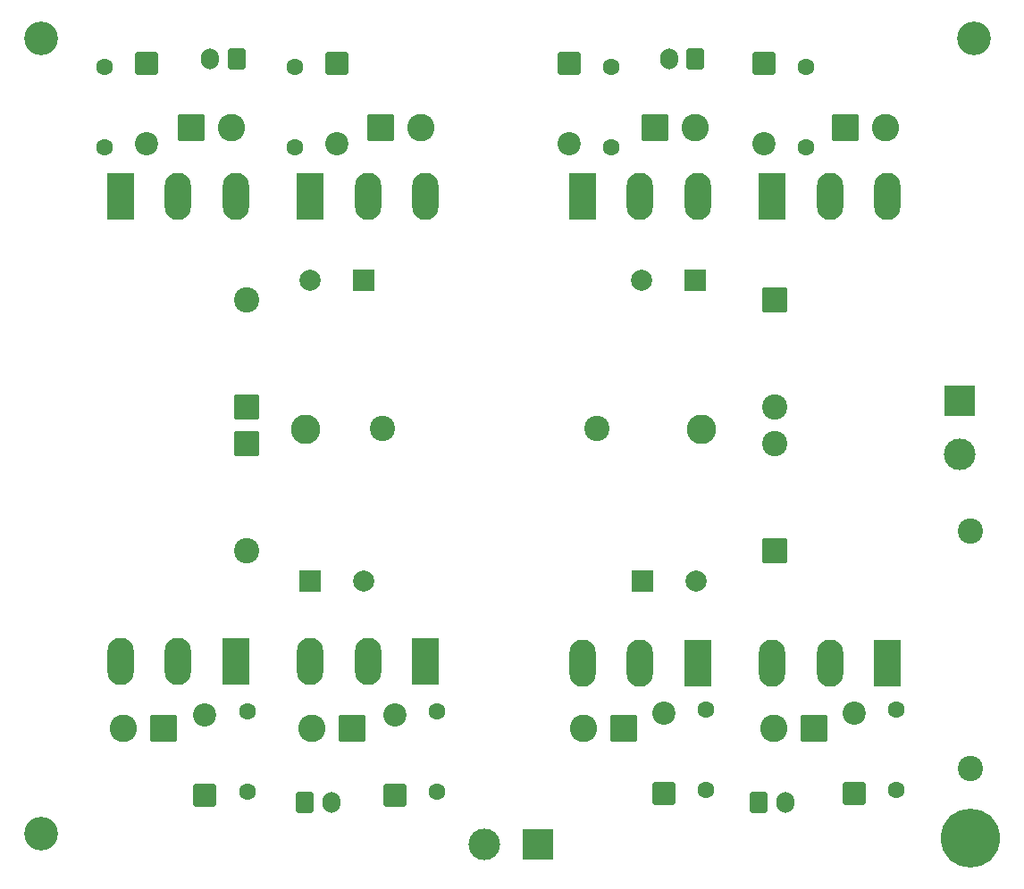
<source format=gbr>
%TF.GenerationSoftware,KiCad,Pcbnew,9.0.2*%
%TF.CreationDate,2025-07-13T13:24:00+03:30*%
%TF.ProjectId,paralleled-full-bridge,70617261-6c6c-4656-9c65-642d66756c6c,rev?*%
%TF.SameCoordinates,Original*%
%TF.FileFunction,Soldermask,Bot*%
%TF.FilePolarity,Negative*%
%FSLAX46Y46*%
G04 Gerber Fmt 4.6, Leading zero omitted, Abs format (unit mm)*
G04 Created by KiCad (PCBNEW 9.0.2) date 2025-07-13 13:24:00*
%MOMM*%
%LPD*%
G01*
G04 APERTURE LIST*
G04 Aperture macros list*
%AMRoundRect*
0 Rectangle with rounded corners*
0 $1 Rounding radius*
0 $2 $3 $4 $5 $6 $7 $8 $9 X,Y pos of 4 corners*
0 Add a 4 corners polygon primitive as box body*
4,1,4,$2,$3,$4,$5,$6,$7,$8,$9,$2,$3,0*
0 Add four circle primitives for the rounded corners*
1,1,$1+$1,$2,$3*
1,1,$1+$1,$4,$5*
1,1,$1+$1,$6,$7*
1,1,$1+$1,$8,$9*
0 Add four rect primitives between the rounded corners*
20,1,$1+$1,$2,$3,$4,$5,0*
20,1,$1+$1,$4,$5,$6,$7,0*
20,1,$1+$1,$6,$7,$8,$9,0*
20,1,$1+$1,$8,$9,$2,$3,0*%
G04 Aperture macros list end*
%ADD10RoundRect,0.250000X1.050000X1.050000X-1.050000X1.050000X-1.050000X-1.050000X1.050000X-1.050000X0*%
%ADD11C,2.600000*%
%ADD12RoundRect,0.249999X-0.850001X0.850001X-0.850001X-0.850001X0.850001X-0.850001X0.850001X0.850001X0*%
%ADD13C,2.200000*%
%ADD14R,2.500000X4.500000*%
%ADD15O,2.500000X4.500000*%
%ADD16RoundRect,0.250001X0.949999X-0.949999X0.949999X0.949999X-0.949999X0.949999X-0.949999X-0.949999X0*%
%ADD17C,2.400000*%
%ADD18R,2.000000X2.000000*%
%ADD19C,2.000000*%
%ADD20C,1.600000*%
%ADD21C,3.200000*%
%ADD22RoundRect,0.249999X0.850001X-0.850001X0.850001X0.850001X-0.850001X0.850001X-0.850001X-0.850001X0*%
%ADD23RoundRect,0.250000X0.600000X0.750000X-0.600000X0.750000X-0.600000X-0.750000X0.600000X-0.750000X0*%
%ADD24O,1.700000X2.000000*%
%ADD25RoundRect,0.250000X-1.050000X-1.050000X1.050000X-1.050000X1.050000X1.050000X-1.050000X1.050000X0*%
%ADD26RoundRect,0.250000X-0.600000X-0.750000X0.600000X-0.750000X0.600000X0.750000X-0.600000X0.750000X0*%
%ADD27RoundRect,0.250001X-0.949999X0.949999X-0.949999X-0.949999X0.949999X-0.949999X0.949999X0.949999X0*%
%ADD28C,2.800000*%
%ADD29R,3.000000X3.000000*%
%ADD30C,3.000000*%
%ADD31C,3.600000*%
%ADD32C,5.600000*%
G04 APERTURE END LIST*
D10*
%TO.C,D16*%
X47420000Y-83000000D03*
D11*
X43610000Y-83000000D03*
%TD*%
D12*
%TO.C,D2*%
X28000000Y-19890000D03*
D13*
X28000000Y-27510000D03*
%TD*%
D14*
%TO.C,Q6*%
X54400000Y-76640000D03*
D15*
X48950000Y-76640000D03*
X43500000Y-76640000D03*
%TD*%
D16*
%TO.C,D9*%
X37450000Y-52500000D03*
D17*
X37450000Y-42340000D03*
%TD*%
D18*
%TO.C,D13*%
X80000000Y-40500000D03*
D19*
X74920000Y-40500000D03*
%TD*%
D20*
%TO.C,R6*%
X99000000Y-88810000D03*
X99000000Y-81190000D03*
%TD*%
D21*
%TO.C,H3*%
X18000000Y-93000000D03*
%TD*%
D20*
%TO.C,R8*%
X55500000Y-89010000D03*
X55500000Y-81390000D03*
%TD*%
D21*
%TO.C,H2*%
X106400000Y-17500000D03*
%TD*%
D16*
%TO.C,D19*%
X87500000Y-66160000D03*
D17*
X87500000Y-56000000D03*
%TD*%
D10*
%TO.C,D18*%
X73195000Y-83000000D03*
D11*
X69385000Y-83000000D03*
%TD*%
D18*
%TO.C,D11*%
X48540000Y-40500000D03*
D19*
X43460000Y-40500000D03*
%TD*%
D10*
%TO.C,D20*%
X91195000Y-83000000D03*
D11*
X87385000Y-83000000D03*
%TD*%
D22*
%TO.C,D24*%
X95000000Y-89110000D03*
D13*
X95000000Y-81490000D03*
%TD*%
D23*
%TO.C,J2*%
X80000000Y-19500000D03*
D24*
X77500000Y-19500000D03*
%TD*%
D22*
%TO.C,D23*%
X77000000Y-89120000D03*
D13*
X77000000Y-81500000D03*
%TD*%
D14*
%TO.C,Q3*%
X87275000Y-32500000D03*
D15*
X92725000Y-32500000D03*
X98175000Y-32500000D03*
%TD*%
D25*
%TO.C,D1*%
X32190000Y-26000000D03*
D11*
X36000000Y-26000000D03*
%TD*%
D20*
%TO.C,R2*%
X42000000Y-20190000D03*
X42000000Y-27810000D03*
%TD*%
%TO.C,R3*%
X72000000Y-20190000D03*
X72000000Y-27810000D03*
%TD*%
D26*
%TO.C,J6*%
X86000000Y-90000000D03*
D24*
X88500000Y-90000000D03*
%TD*%
D27*
%TO.C,D12*%
X87500000Y-42340000D03*
D17*
X87500000Y-52500000D03*
%TD*%
D28*
%TO.C,Snubber1*%
X80575000Y-54610000D03*
X43075000Y-54610000D03*
%TD*%
D25*
%TO.C,D4*%
X50190000Y-26000000D03*
D11*
X54000000Y-26000000D03*
%TD*%
D20*
%TO.C,R1*%
X24000000Y-20190000D03*
X24000000Y-27810000D03*
%TD*%
D14*
%TO.C,Q7*%
X80175000Y-76750000D03*
D15*
X74725000Y-76750000D03*
X69275000Y-76750000D03*
%TD*%
D18*
%TO.C,D15*%
X43500000Y-69000000D03*
D19*
X48580000Y-69000000D03*
%TD*%
D14*
%TO.C,Q8*%
X98175000Y-76750000D03*
D15*
X92725000Y-76750000D03*
X87275000Y-76750000D03*
%TD*%
D20*
%TO.C,R7*%
X37550000Y-89010000D03*
X37550000Y-81390000D03*
%TD*%
D18*
%TO.C,D17*%
X75000000Y-69000000D03*
D19*
X80080000Y-69000000D03*
%TD*%
D12*
%TO.C,D7*%
X86500000Y-19890000D03*
D13*
X86500000Y-27510000D03*
%TD*%
D14*
%TO.C,Q2*%
X43500000Y-32500000D03*
D15*
X48950000Y-32500000D03*
X54400000Y-32500000D03*
%TD*%
D25*
%TO.C,D6*%
X76190000Y-26000000D03*
D11*
X80000000Y-26000000D03*
%TD*%
D22*
%TO.C,D22*%
X51500000Y-89310000D03*
D13*
X51500000Y-81690000D03*
%TD*%
D26*
%TO.C,J4*%
X43000000Y-90000000D03*
D24*
X45500000Y-90000000D03*
%TD*%
D29*
%TO.C,J5*%
X65040000Y-94000000D03*
D30*
X59960000Y-94000000D03*
%TD*%
D23*
%TO.C,J1*%
X36500000Y-19500000D03*
D24*
X34000000Y-19500000D03*
%TD*%
D10*
%TO.C,D14*%
X29560000Y-83000000D03*
D11*
X25750000Y-83000000D03*
%TD*%
D25*
%TO.C,D8*%
X94190000Y-26000000D03*
D11*
X98000000Y-26000000D03*
%TD*%
D20*
%TO.C,R4*%
X90500000Y-20190000D03*
X90500000Y-27810000D03*
%TD*%
D22*
%TO.C,D21*%
X33500000Y-89310000D03*
D13*
X33500000Y-81690000D03*
%TD*%
D12*
%TO.C,D3*%
X46000000Y-19890000D03*
D13*
X46000000Y-27510000D03*
%TD*%
D31*
%TO.C,H4*%
X106000000Y-93400000D03*
D32*
X106000000Y-93400000D03*
%TD*%
D17*
%TO.C,C1*%
X106000000Y-64250000D03*
X106000000Y-86750000D03*
%TD*%
D27*
%TO.C,D10*%
X37450000Y-56000000D03*
D17*
X37450000Y-66160000D03*
%TD*%
D14*
%TO.C,Q5*%
X36400000Y-76640000D03*
D15*
X30950000Y-76640000D03*
X25500000Y-76640000D03*
%TD*%
D12*
%TO.C,D5*%
X68000000Y-19890000D03*
D13*
X68000000Y-27510000D03*
%TD*%
D14*
%TO.C,Q1*%
X25500000Y-32500000D03*
D15*
X30950000Y-32500000D03*
X36400000Y-32500000D03*
%TD*%
D29*
%TO.C,J3*%
X105000000Y-51920000D03*
D30*
X105000000Y-57000000D03*
%TD*%
D20*
%TO.C,R5*%
X81000000Y-88820000D03*
X81000000Y-81200000D03*
%TD*%
D14*
%TO.C,Q4*%
X69275000Y-32500000D03*
D15*
X74725000Y-32500000D03*
X80175000Y-32500000D03*
%TD*%
D21*
%TO.C,H1*%
X18000000Y-17500000D03*
%TD*%
D17*
%TO.C,R9*%
X50340000Y-54500000D03*
X70660000Y-54500000D03*
%TD*%
M02*

</source>
